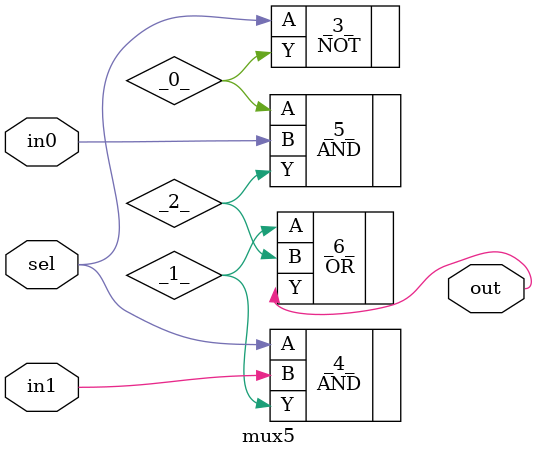
<source format=v>
/* Generated by Yosys 0.41+83 (git sha1 7045cf509, x86_64-w64-mingw32-g++ 13.2.1 -Os) */

/* cells_not_processed =  1  */
/* src = "mux5.v:2.1-7.10" */
module mux5(in0, in1, sel, out);
  wire _0_;
  wire _1_;
  wire _2_;
  /* src = "mux5.v:2.20-2.23" */
  input in0;
  wire in0;
  /* src = "mux5.v:2.31-2.34" */
  input in1;
  wire in1;
  /* src = "mux5.v:3.28-3.31" */
  output out;
  wire out;
  /* src = "mux5.v:2.42-2.45" */
  input sel;
  wire sel;
  NOT _3_ (
    .A(sel),
    .Y(_0_)
  );
  AND _4_ (
    .A(sel),
    .B(in1),
    .Y(_1_)
  );
  AND _5_ (
    .A(_0_),
    .B(in0),
    .Y(_2_)
  );
  OR _6_ (
    .A(_1_),
    .B(_2_),
    .Y(out)
  );
endmodule

</source>
